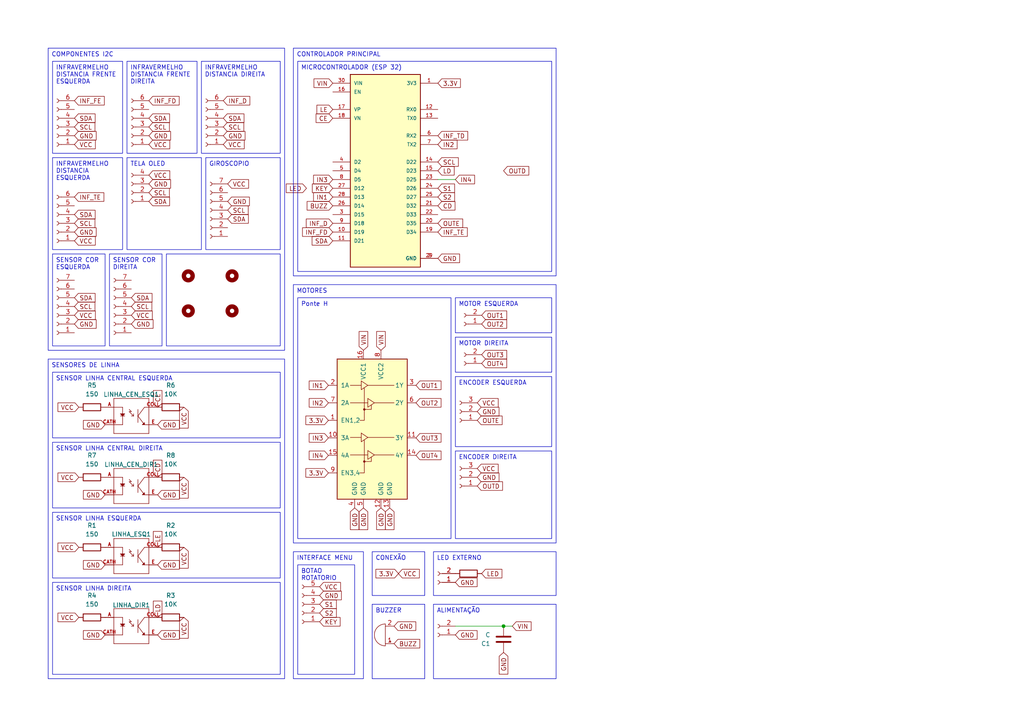
<source format=kicad_sch>
(kicad_sch (version 20250114) (generator "eeschema") (generator_version "9.0")
  (paper "A4")
  (lib_symbols
    (symbol "Connector:Conn_01x02_Socket" (pin_names (offset 1.016) (hide yes))
      (property "Reference" "J" (at 0 2.54 0))
      (property "Value" "Conn_01x02_Socket" (at 0 -5.08 0))
      (symbol "Conn_01x02_Socket_1_1"
        (polyline (pts (xy -1.27 0) (xy -0.508 0)) (stroke (width 0.1524)))
        (polyline (pts (xy -1.27 -2.54) (xy -0.508 -2.54)) (stroke (width 0.1524)))
        (arc (start 0 -0.508) (mid -0.5058 0) (end 0 0.508) (stroke (width 0.1524)))
        (arc (start 0 -3.048) (mid -0.5058 -2.54) (end 0 -2.032) (stroke (width 0.1524)))
        (pin passive line (at -5.08 0 0) (length 3.81) (name "Pin_1") (number "1"))
        (pin passive line (at -5.08 -2.54 0) (length 3.81) (name "Pin_2") (number "2"))
      )
    )
    (symbol "Connector:Conn_01x03_Socket" (pin_names (offset 1.016) (hide yes))
      (property "Reference" "J" (at 0 5.08 0))
      (property "Value" "Conn_01x03_Socket" (at 0 -5.08 0))
      (symbol "Conn_01x03_Socket_1_1"
        (polyline (pts (xy -1.27 2.54) (xy -0.508 2.54)) (stroke (width 0.1524)))
        (polyline (pts (xy -1.27 0) (xy -0.508 0)) (stroke (width 0.1524)))
        (polyline (pts (xy -1.27 -2.54) (xy -0.508 -2.54)) (stroke (width 0.1524)))
        (arc (start 0 2.032) (mid -0.5058 2.54) (end 0 3.048) (stroke (width 0.1524)))
        (arc (start 0 -0.508) (mid -0.5058 0) (end 0 0.508) (stroke (width 0.1524)))
        (arc (start 0 -3.048) (mid -0.5058 -2.54) (end 0 -2.032) (stroke (width 0.1524)))
        (pin passive line (at -5.08 2.54 0) (length 3.81) (name "Pin_1") (number "1"))
        (pin passive line (at -5.08 0 0) (length 3.81) (name "Pin_2") (number "2"))
        (pin passive line (at -5.08 -2.54 0) (length 3.81) (name "Pin_3") (number "3"))
      )
    )
    (symbol "Connector:Conn_01x04_Socket" (pin_names (offset 1.016) (hide yes))
      (property "Reference" "J" (at 0 5.08 0))
      (property "Value" "Conn_01x04_Socket" (at 0 -7.62 0))
      (symbol "Conn_01x04_Socket_1_1"
        (polyline (pts (xy -1.27 2.54) (xy -0.508 2.54)) (stroke (width 0.1524)))
        (polyline (pts (xy -1.27 0) (xy -0.508 0)) (stroke (width 0.1524)))
        (polyline (pts (xy -1.27 -2.54) (xy -0.508 -2.54)) (stroke (width 0.1524)))
        (polyline (pts (xy -1.27 -5.08) (xy -0.508 -5.08)) (stroke (width 0.1524)))
        (arc (start 0 2.032) (mid -0.5058 2.54) (end 0 3.048) (stroke (width 0.1524)))
        (arc (start 0 -0.508) (mid -0.5058 0) (end 0 0.508) (stroke (width 0.1524)))
        (arc (start 0 -3.048) (mid -0.5058 -2.54) (end 0 -2.032) (stroke (width 0.1524)))
        (arc (start 0 -5.588) (mid -0.5058 -5.08) (end 0 -4.572) (stroke (width 0.1524)))
        (pin passive line (at -5.08 2.54 0) (length 3.81) (name "Pin_1") (number "1"))
        (pin passive line (at -5.08 0 0) (length 3.81) (name "Pin_2") (number "2"))
        (pin passive line (at -5.08 -2.54 0) (length 3.81) (name "Pin_3") (number "3"))
        (pin passive line (at -5.08 -5.08 0) (length 3.81) (name "Pin_4") (number "4"))
      )
    )
    (symbol "Connector:Conn_01x05_Socket" (pin_names (offset 1.016) (hide yes))
      (property "Reference" "J" (at 0 7.62 0))
      (property "Value" "Conn_01x05_Socket" (at 0 -7.62 0))
      (symbol "Conn_01x05_Socket_1_1"
        (polyline (pts (xy -1.27 5.08) (xy -0.508 5.08)) (stroke (width 0.1524)))
        (polyline (pts (xy -1.27 2.54) (xy -0.508 2.54)) (stroke (width 0.1524)))
        (polyline (pts (xy -1.27 0) (xy -0.508 0)) (stroke (width 0.1524)))
        (polyline (pts (xy -1.27 -2.54) (xy -0.508 -2.54)) (stroke (width 0.1524)))
        (polyline (pts (xy -1.27 -5.08) (xy -0.508 -5.08)) (stroke (width 0.1524)))
        (arc (start 0 4.572) (mid -0.5058 5.08) (end 0 5.588) (stroke (width 0.1524)))
        (arc (start 0 2.032) (mid -0.5058 2.54) (end 0 3.048) (stroke (width 0.1524)))
        (arc (start 0 -0.508) (mid -0.5058 0) (end 0 0.508) (stroke (width 0.1524)))
        (arc (start 0 -3.048) (mid -0.5058 -2.54) (end 0 -2.032) (stroke (width 0.1524)))
        (arc (start 0 -5.588) (mid -0.5058 -5.08) (end 0 -4.572) (stroke (width 0.1524)))
        (pin passive line (at -5.08 5.08 0) (length 3.81) (name "Pin_1") (number "1"))
        (pin passive line (at -5.08 2.54 0) (length 3.81) (name "Pin_2") (number "2"))
        (pin passive line (at -5.08 0 0) (length 3.81) (name "Pin_3") (number "3"))
        (pin passive line (at -5.08 -2.54 0) (length 3.81) (name "Pin_4") (number "4"))
        (pin passive line (at -5.08 -5.08 0) (length 3.81) (name "Pin_5") (number "5"))
      )
    )
    (symbol "Connector:Conn_01x06_Socket" (pin_names (offset 1.016) (hide yes))
      (property "Reference" "J" (at 0 7.62 0))
      (property "Value" "Conn_01x06_Socket" (at 0 -10.16 0))
      (symbol "Conn_01x06_Socket_1_1"
        (polyline (pts (xy -1.27 5.08) (xy -0.508 5.08)) (stroke (width 0.1524)))
        (polyline (pts (xy -1.27 2.54) (xy -0.508 2.54)) (stroke (width 0.1524)))
        (polyline (pts (xy -1.27 0) (xy -0.508 0)) (stroke (width 0.1524)))
        (polyline (pts (xy -1.27 -2.54) (xy -0.508 -2.54)) (stroke (width 0.1524)))
        (polyline (pts (xy -1.27 -5.08) (xy -0.508 -5.08)) (stroke (width 0.1524)))
        (polyline (pts (xy -1.27 -7.62) (xy -0.508 -7.62)) (stroke (width 0.1524)))
        (arc (start 0 4.572) (mid -0.5058 5.08) (end 0 5.588) (stroke (width 0.1524)))
        (arc (start 0 2.032) (mid -0.5058 2.54) (end 0 3.048) (stroke (width 0.1524)))
        (arc (start 0 -0.508) (mid -0.5058 0) (end 0 0.508) (stroke (width 0.1524)))
        (arc (start 0 -3.048) (mid -0.5058 -2.54) (end 0 -2.032) (stroke (width 0.1524)))
        (arc (start 0 -5.588) (mid -0.5058 -5.08) (end 0 -4.572) (stroke (width 0.1524)))
        (arc (start 0 -8.128) (mid -0.5058 -7.62) (end 0 -7.112) (stroke (width 0.1524)))
        (pin passive line (at -5.08 5.08 0) (length 3.81) (name "Pin_1") (number "1"))
        (pin passive line (at -5.08 2.54 0) (length 3.81) (name "Pin_2") (number "2"))
        (pin passive line (at -5.08 0 0) (length 3.81) (name "Pin_3") (number "3"))
        (pin passive line (at -5.08 -2.54 0) (length 3.81) (name "Pin_4") (number "4"))
        (pin passive line (at -5.08 -5.08 0) (length 3.81) (name "Pin_5") (number "5"))
        (pin passive line (at -5.08 -7.62 0) (length 3.81) (name "Pin_6") (number "6"))
      )
    )
    (symbol "Connector:Conn_01x07_Socket" (pin_names (offset 1.016) (hide yes))
      (property "Reference" "J" (at 0 10.16 0))
      (property "Value" "Conn_01x07_Socket" (at 0 -10.16 0))
      (symbol "Conn_01x07_Socket_1_1"
        (polyline (pts (xy -1.27 7.62) (xy -0.508 7.62)) (stroke (width 0.1524)))
        (polyline (pts (xy -1.27 5.08) (xy -0.508 5.08)) (stroke (width 0.1524)))
        (polyline (pts (xy -1.27 2.54) (xy -0.508 2.54)) (stroke (width 0.1524)))
        (polyline (pts (xy -1.27 0) (xy -0.508 0)) (stroke (width 0.1524)))
        (polyline (pts (xy -1.27 -2.54) (xy -0.508 -2.54)) (stroke (width 0.1524)))
        (polyline (pts (xy -1.27 -5.08) (xy -0.508 -5.08)) (stroke (width 0.1524)))
        (polyline (pts (xy -1.27 -7.62) (xy -0.508 -7.62)) (stroke (width 0.1524)))
        (arc (start 0 7.112) (mid -0.5058 7.62) (end 0 8.128) (stroke (width 0.1524)))
        (arc (start 0 4.572) (mid -0.5058 5.08) (end 0 5.588) (stroke (width 0.1524)))
        (arc (start 0 2.032) (mid -0.5058 2.54) (end 0 3.048) (stroke (width 0.1524)))
        (arc (start 0 -0.508) (mid -0.5058 0) (end 0 0.508) (stroke (width 0.1524)))
        (arc (start 0 -3.048) (mid -0.5058 -2.54) (end 0 -2.032) (stroke (width 0.1524)))
        (arc (start 0 -5.588) (mid -0.5058 -5.08) (end 0 -4.572) (stroke (width 0.1524)))
        (arc (start 0 -8.128) (mid -0.5058 -7.62) (end 0 -7.112) (stroke (width 0.1524)))
        (pin passive line (at -5.08 7.62 0) (length 3.81) (name "Pin_1") (number "1"))
        (pin passive line (at -5.08 5.08 0) (length 3.81) (name "Pin_2") (number "2"))
        (pin passive line (at -5.08 2.54 0) (length 3.81) (name "Pin_3") (number "3"))
        (pin passive line (at -5.08 0 0) (length 3.81) (name "Pin_4") (number "4"))
        (pin passive line (at -5.08 -2.54 0) (length 3.81) (name "Pin_5") (number "5"))
        (pin passive line (at -5.08 -5.08 0) (length 3.81) (name "Pin_6") (number "6"))
        (pin passive line (at -5.08 -7.62 0) (length 3.81) (name "Pin_7") (number "7"))
      )
    )
    (symbol "Device:Buzzer" (pin_names (offset 0.0254) (hide yes))
      (property "Reference" "BZ" (at 3.81 1.27 0))
      (property "Value" "Buzzer" (at 3.81 -1.27 0))
      (symbol "Buzzer_0_1"
        (polyline (pts (xy -1.651 1.905) (xy -1.143 1.905)))
        (polyline (pts (xy -1.397 2.159) (xy -1.397 1.651)))
        (arc (start 0 3.175) (mid 3.1612 0) (end 0 -3.175))
        (polyline (pts (xy 0 3.175) (xy 0 -3.175)))
      )
      (symbol "Buzzer_1_1"
        (pin passive line (at -2.54 2.54 0) (length 2.54) (name "+") (number "1"))
        (pin passive line (at -2.54 -2.54 0) (length 2.54) (name "-") (number "2"))
      )
    )
    (symbol "Device:C" (pin_numbers (hide yes)) (pin_names (offset 0.254))
      (property "Reference" "C" (at 0.635 2.54 0))
      (property "Value" "C" (at 0.635 -2.54 0))
      (symbol "C_0_1"
        (polyline (pts (xy -2.032 0.762) (xy 2.032 0.762)) (stroke (width 0.508)))
        (polyline (pts (xy -2.032 -0.762) (xy 2.032 -0.762)) (stroke (width 0.508)))
      )
      (symbol "C_1_1"
        (pin passive line (at 0 3.81 270) (length 2.794) (name "~") (number "1"))
        (pin passive line (at 0 -3.81 90) (length 2.794) (name "~") (number "2"))
      )
    )
    (symbol "Device:R" (pin_numbers (hide yes)) (pin_names (offset 0))
      (property "Reference" "R" (at 2.032 0 90))
      (property "Value" "R" (at 0 0 90))
      (symbol "R_0_1"
        (rectangle (start -1.016 -2.54) (end 1.016 2.54) (stroke (width 0.254)))
      )
      (symbol "R_1_1"
        (pin passive line (at 0 3.81 270) (length 1.27) (name "~") (number "1"))
        (pin passive line (at 0 -3.81 90) (length 1.27) (name "~") (number "2"))
      )
    )
    (symbol "Driver_Motor:L293D" (pin_names (offset 1.016))
      (property "Reference" "U" (at -5.08 26.035 0))
      (property "Value" "L293D" (at -5.08 24.13 0))
      (symbol "L293D_0_1"
        (rectangle (start -10.16 22.86) (end 10.16 -17.78) (stroke (width 0.254)) (fill (type background)))
        (polyline (pts (xy -6.35 15.24) (xy -3.175 15.24)))
        (polyline (pts (xy -6.35 10.16) (xy -1.27 10.16)))
        (polyline (pts (xy -6.35 0.127) (xy -3.175 0.127)))
        (polyline (pts (xy -6.35 -4.953) (xy -1.27 -4.953)))
        (polyline (pts (xy -3.175 16.51) (xy -3.175 13.97) (xy -1.27 15.24) (xy -3.175 16.51)))
        (polyline (pts (xy -3.175 1.397) (xy -3.175 -1.143) (xy -1.27 0.127) (xy -3.175 1.397)))
        (polyline (pts (xy -2.286 14.478) (xy -2.286 5.08) (xy -3.556 5.08)))
        (circle (center -2.286 8.255) (radius 0.254) (fill (type outline)))
        (polyline (pts (xy -2.286 8.255) (xy -0.254 8.255) (xy -0.254 9.525)))
        (polyline (pts (xy -2.286 -0.635) (xy -2.286 -10.16) (xy -3.556 -10.16)))
        (circle (center -2.286 -6.858) (radius 0.254) (fill (type outline)))
        (polyline (pts (xy -2.286 -6.858) (xy -0.254 -6.858) (xy -0.254 -5.588)))
        (polyline (pts (xy -1.27 15.24) (xy 6.35 15.24)))
        (polyline (pts (xy -1.27 11.43) (xy -1.27 8.89) (xy 0.635 10.16) (xy -1.27 11.43)))
        (polyline (pts (xy -1.27 0.127) (xy 6.35 0.127)))
        (polyline (pts (xy -1.27 -3.683) (xy -1.27 -6.223) (xy 0.635 -4.953) (xy -1.27 -3.683)))
        (polyline (pts (xy 0.635 10.16) (xy 6.35 10.16)))
        (polyline (pts (xy 0.635 -4.953) (xy 6.35 -4.953)))
      )
      (symbol "L293D_1_1"
        (pin input line (at -12.7 15.24 0) (length 2.54) (name "1A") (number "2"))
        (pin input line (at -12.7 10.16 0) (length 2.54) (name "2A") (number "7"))
        (pin input line (at -12.7 5.08 0) (length 2.54) (name "EN1,2") (number "1"))
        (pin input line (at -12.7 0 0) (length 2.54) (name "3A") (number "10"))
        (pin input line (at -12.7 -5.08 0) (length 2.54) (name "4A") (number "15"))
        (pin input line (at -12.7 -10.16 0) (length 2.54) (name "EN3,4") (number "9"))
        (pin power_in line (at -5.08 -20.32 90) (length 2.54) (name "GND") (number "4"))
        (pin power_in line (at -2.54 25.4 270) (length 2.54) (name "VCC1") (number "16"))
        (pin power_in line (at -2.54 -20.32 90) (length 2.54) (name "GND") (number "5"))
        (pin power_in line (at 2.54 25.4 270) (length 2.54) (name "VCC2") (number "8"))
        (pin power_in line (at 2.54 -20.32 90) (length 2.54) (name "GND") (number "12"))
        (pin power_in line (at 5.08 -20.32 90) (length 2.54) (name "GND") (number "13"))
        (pin output line (at 12.7 15.24 180) (length 2.54) (name "1Y") (number "3"))
        (pin output line (at 12.7 10.16 180) (length 2.54) (name "2Y") (number "6"))
        (pin output line (at 12.7 0 180) (length 2.54) (name "3Y") (number "11"))
        (pin output line (at 12.7 -5.08 180) (length 2.54) (name "4Y") (number "14"))
      )
    )
    (symbol "ESP32-DEVKIT-V1:ESP32-DEVKIT-V1" (pin_names (offset 1.016))
      (property "Reference" "U" (at -10.16 30.48 0))
      (property "Value" "ESP32-DEVKIT-V1" (at -10.16 -30.48 0))
      (symbol "ESP32-DEVKIT-V1_0_0"
        (rectangle (start -10.16 -27.94) (end 10.16 27.94) (stroke (width 0.254)) (fill (type background)))
        (pin input line (at -15.24 25.4 0) (length 5.08) (name "VIN") (number "30"))
        (pin input line (at -15.24 22.86 0) (length 5.08) (name "EN") (number "16"))
        (pin bidirectional line (at -15.24 17.78 0) (length 5.08) (name "VP") (number "17"))
        (pin bidirectional line (at -15.24 15.24 0) (length 5.08) (name "VN") (number "18"))
        (pin bidirectional line (at -15.24 2.54 0) (length 5.08) (name "D2") (number "4"))
        (pin bidirectional line (at -15.24 0 0) (length 5.08) (name "D4") (number "5"))
        (pin bidirectional line (at -15.24 -2.54 0) (length 5.08) (name "D5") (number "8"))
        (pin bidirectional line (at -15.24 -5.08 0) (length 5.08) (name "D12") (number "27"))
        (pin bidirectional line (at -15.24 -7.62 0) (length 5.08) (name "D13") (number "28"))
        (pin bidirectional line (at -15.24 -10.16 0) (length 5.08) (name "D14") (number "26"))
        (pin bidirectional line (at -15.24 -12.7 0) (length 5.08) (name "D15") (number "3"))
        (pin bidirectional line (at -15.24 -15.24 0) (length 5.08) (name "D18") (number "9"))
        (pin bidirectional line (at -15.24 -17.78 0) (length 5.08) (name "D19") (number "10"))
        (pin bidirectional line (at -15.24 -20.32 0) (length 5.08) (name "D21") (number "11"))
        (pin output line (at 15.24 25.4 180) (length 5.08) (name "3V3") (number "1"))
        (pin input line (at 15.24 17.78 180) (length 5.08) (name "RX0") (number "12"))
        (pin output line (at 15.24 15.24 180) (length 5.08) (name "TX0") (number "13"))
        (pin input line (at 15.24 10.16 180) (length 5.08) (name "RX2") (number "6"))
        (pin output line (at 15.24 7.62 180) (length 5.08) (name "TX2") (number "7"))
        (pin bidirectional line (at 15.24 2.54 180) (length 5.08) (name "D22") (number "14"))
        (pin bidirectional line (at 15.24 0 180) (length 5.08) (name "D23") (number "15"))
        (pin bidirectional line (at 15.24 -2.54 180) (length 5.08) (name "D25") (number "23"))
        (pin bidirectional line (at 15.24 -5.08 180) (length 5.08) (name "D26") (number "24"))
        (pin bidirectional line (at 15.24 -7.62 180) (length 5.08) (name "D27") (number "25"))
        (pin bidirectional line (at 15.24 -10.16 180) (length 5.08) (name "D32") (number "21"))
        (pin bidirectional line (at 15.24 -12.7 180) (length 5.08) (name "D33") (number "22"))
        (pin bidirectional line (at 15.24 -15.24 180) (length 5.08) (name "D35") (number "20"))
        (pin bidirectional line (at 15.24 -17.78 180) (length 5.08) (name "D34") (number "19"))
        (pin power_in line (at 15.24 -25.4 180) (length 5.08) (name "GND") (number "2"))
        (pin power_in line (at 15.24 -25.4 180) (length 5.08) (name "GND") (number "29"))
      )
    )
    (symbol "Mechanical:MountingHole" (pin_names (offset 1.016)) (in_bom no)
      (property "Reference" "H" (at 0 5.08 0))
      (property "Value" "MountingHole" (at 0 3.175 0))
      (symbol "MountingHole_0_1"
        (circle (center 0 0) (radius 1.27) (stroke (width 1.27)))
      )
    )
    (symbol "TCRT5000:TCRT5000" (pin_names (offset 1.016))
      (property "Reference" "U" (at -5.0887 5.7248 0))
      (property "Value" "TCRT5000" (at -5.0838 -5.7193 0))
      (symbol "TCRT5000_0_0"
        (polyline (pts (xy -5.08 5.08) (xy -5.08 2.54)) (stroke (width 0.1524)))
        (polyline (pts (xy -5.08 2.54) (xy -5.08 -2.54)) (stroke (width 0.1524)))
        (polyline (pts (xy -5.08 2.54) (xy -2.54 2.54)) (stroke (width 0.1524)))
        (polyline (pts (xy -5.08 -2.54) (xy -5.08 -5.08)) (stroke (width 0.1524)))
        (polyline (pts (xy -5.08 -5.08) (xy 5.08 -5.08)) (stroke (width 0.1524)))
        (polyline (pts (xy -3.175 0.635) (xy -1.905 0.635) (xy -2.54 0) (xy -3.175 0.635)) (stroke (width 0.1524)) (fill (type outline)))
        (polyline (pts (xy -3.175 0) (xy -1.905 0)) (stroke (width 0.1524)))
        (polyline (pts (xy -2.54 2.54) (xy -2.54 -2.54)) (stroke (width 0.1524)))
        (polyline (pts (xy -2.54 -2.54) (xy -5.08 -2.54)) (stroke (width 0.1524)))
        (polyline (pts (xy -0.635 1.905) (xy 0 1.27)) (stroke (width 0.1524)))
        (polyline (pts (xy -0.635 1.27) (xy 0.635 0)) (stroke (width 0.1524)))
        (polyline (pts (xy 0 1.27) (xy -0.635 1.27)) (stroke (width 0.1524)))
        (polyline (pts (xy 0.635 0.635) (xy 0.635 0)) (stroke (width 0.1524)))
        (polyline (pts (xy 0.635 0) (xy 0 0)) (stroke (width 0.1524)))
        (polyline (pts (xy 1.905 1.905) (xy 1.905 0)) (stroke (width 0.1524)))
        (polyline (pts (xy 1.905 0) (xy 1.905 -1.905)) (stroke (width 0.1524)))
        (polyline (pts (xy 1.905 0) (xy 3.81 2.54)) (stroke (width 0.1524)))
        (polyline (pts (xy 1.905 0) (xy 3.81 -2.54)) (stroke (width 0.1524)))
        (polyline (pts (xy 3.175 -2.54) (xy 3.81 -2.54) (xy 3.81 -1.905) (xy 3.175 -2.54)) (stroke (width 0.1524)) (fill (type outline)))
        (polyline (pts (xy 3.81 2.54) (xy 5.08 2.54)) (stroke (width 0.1524)))
        (polyline (pts (xy 3.81 -2.54) (xy 5.08 -2.54)) (stroke (width 0.1524)))
        (polyline (pts (xy 5.08 5.08) (xy -5.08 5.08)) (stroke (width 0.1524)))
        (polyline (pts (xy 5.08 2.54) (xy 5.08 5.08)) (stroke (width 0.1524)))
        (polyline (pts (xy 5.08 -2.54) (xy 5.08 2.54)) (stroke (width 0.1524)))
        (polyline (pts (xy 5.08 -5.08) (xy 5.08 -2.54)) (stroke (width 0.1524)))
        (pin passive line (at -7.62 2.54 0) (length 2.54) (name "~") (number "A"))
        (pin passive line (at -7.62 -2.54 0) (length 2.54) (name "~") (number "CATH"))
        (pin passive line (at 7.62 2.54 180) (length 2.54) (name "~") (number "COLL"))
        (pin passive line (at 7.62 -2.54 180) (length 2.54) (name "~") (number "E"))
      )
    )
  )
  (text_box "BUZZER" (at 107.95 175.26 0) (size 15.24 21.59) (margins 0.9525 0.9525 0.9525 0.9525) (effects (font (size 1.27 1.27)) (justify left top)))
  (text_box "INFRAVERMELHO DISTANCIA FRENTE ESQUERDA\n" (at 15.24 17.78 0) (size 20.32 26.67) (margins 0.9525 0.9525 0.9525 0.9525) (effects (font (size 1.27 1.27)) (justify left top)))
  (text_box "ALIMENTAÇÃO" (at 125.73 175.26 0) (size 35.56 21.59) (margins 0.9525 0.9525 0.9525 0.9525) (effects (font (size 1.27 1.27)) (justify left top)))
  (text_box "MOTOR ESQUERDA" (at 132.08 86.36 0) (size 27.94 10.16) (margins 0.9525 0.9525 0.9525 0.9525) (effects (font (size 1.27 1.27)) (justify left top)))
  (text_box "SENSOR LINHA CENTRAL ESQUERDA\n" (at 15.24 107.95 0) (size 66.04 19.05) (margins 0.9525 0.9525 0.9525 0.9525) (effects (font (size 1.27 1.27)) (justify left top)))
  (text_box "GIROSCOPIO" (at 59.69 45.72 0) (size 21.59 26.67) (margins 0.9525 0.9525 0.9525 0.9525) (effects (font (size 1.27 1.27)) (justify left top)))
  (text_box "SENSORES DE LINHA" (at 13.97 104.14 0) (size 68.58 92.71) (margins 0.9525 0.9525 0.9525 0.9525) (effects (font (size 1.27 1.27)) (justify left top)))
  (text_box "SENSOR LINHA ESQUERDA\n\n" (at 15.24 148.59 0) (size 66.04 19.05) (margins 0.9525 0.9525 0.9525 0.9525) (effects (font (size 1.27 1.27)) (justify left top)))
  (text_box "TELA OLED\n" (at 36.83 45.72 0) (size 21.59 26.67) (margins 0.9525 0.9525 0.9525 0.9525) (effects (font (size 1.27 1.27)) (justify left top)))
  (text_box "CONTROLADOR PRINCIPAL" (at 85.09 13.97 0) (size 76.2 66.04) (margins 0.9525 0.9525 0.9525 0.9525) (effects (font (size 1.27 1.27)) (justify left top)))
  (text_box "BOTAO ROTATORIO" (at 86.36 163.83 0) (size 16.51 31.75) (margins 0.9525 0.9525 0.9525 0.9525) (effects (font (size 1.27 1.27)) (justify left top)))
  (text_box "Ponte H" (at 86.36 86.36 0) (size 44.45 69.85) (margins 0.9525 0.9525 0.9525 0.9525) (effects (font (size 1.27 1.27)) (justify left top)))
  (text_box "MICROCONTROLADOR (ESP 32)\n" (at 86.36 17.78 0) (size 73.66 60.96) (margins 0.9525 0.9525 0.9525 0.9525) (effects (font (size 1.27 1.27)) (justify left top)))
  (text_box "INFRAVERMELHO DISTANCIA FRENTE DIREITA" (at 36.83 17.78 0) (size 20.32 26.67) (margins 0.9525 0.9525 0.9525 0.9525) (effects (font (size 1.27 1.27)) (justify left top)))
  (text_box "COMPONENTES I2C\n" (at 13.97 13.97 0) (size 68.58 87.63) (margins 0.9525 0.9525 0.9525 0.9525) (effects (font (size 1.27 1.27)) (justify left top)))
  (text_box "SENSOR LINHA CENTRAL DIREITA\n" (at 15.24 128.27 0) (size 66.04 19.05) (margins 0.9525 0.9525 0.9525 0.9525) (effects (font (size 1.27 1.27)) (justify left top)))
  (text_box "CONEXÃO" (at 107.95 160.02 0) (size 15.24 12.7) (margins 0.9525 0.9525 0.9525 0.9525) (effects (font (size 1.27 1.27)) (justify left top)))
  (text_box "INFRAVERMELHO DISTANCIA DIREITA \n" (at 58.42 17.78 0) (size 22.86 26.67) (margins 0.9525 0.9525 0.9525 0.9525) (effects (font (size 1.27 1.27)) (justify left top)))
  (text_box "SENSOR COR DIREITA" (at 31.75 73.66 0) (size 15.24 26.67) (margins 0.9525 0.9525 0.9525 0.9525) (effects (font (size 1.27 1.27)) (justify left top)))
  (text_box "LED EXTERNO" (at 125.73 160.02 0) (size 35.56 12.7) (margins 0.9525 0.9525 0.9525 0.9525) (effects (font (size 1.27 1.27)) (justify left top)))
  (text_box "" (at 48.26 73.66 0) (size 33.02 26.67) (margins 0.9525 0.9525 0.9525 0.9525) (effects (font (size 1.27 1.27)) (justify left top)))
  (text_box "MOTOR DIREITA" (at 132.08 97.79 0) (size 27.94 10.16) (margins 0.9525 0.9525 0.9525 0.9525) (effects (font (size 1.27 1.27)) (justify left top)))
  (text_box "SENSOR COR ESQUERDA" (at 15.24 73.66 0) (size 15.24 26.67) (margins 0.9525 0.9525 0.9525 0.9525) (effects (font (size 1.27 1.27)) (justify left top)))
  (text_box "SENSOR LINHA DIREITA\n" (at 15.24 168.91 0) (size 66.04 26.67) (margins 0.9525 0.9525 0.9525 0.9525) (effects (font (size 1.27 1.27)) (justify left top)))
  (text_box "ENCODER DIREITA\n\n" (at 132.08 130.81 0) (size 27.94 25.4) (margins 0.9525 0.9525 0.9525 0.9525) (effects (font (size 1.27 1.27)) (justify left top)))
  (text_box "ENCODER ESQUERDA\n" (at 132.08 109.22 0) (size 27.94 20.32) (margins 0.9525 0.9525 0.9525 0.9525) (effects (font (size 1.27 1.27)) (justify left top)))
  (text_box "INFRAVERMELHO DISTANCIA ESQUERDA\n" (at 15.24 45.72 0) (size 20.32 26.67) (margins 0.9525 0.9525 0.9525 0.9525) (effects (font (size 1.27 1.27)) (justify left top)))
  (text_box "INTERFACE MENU" (at 85.09 160.02 0) (size 20.32 36.83) (margins 0.9525 0.9525 0.9525 0.9525) (effects (font (size 1.27 1.27)) (justify left top)))
  (text_box "MOTORES" (at 85.09 82.55 0) (size 76.2 74.93) (margins 0.9525 0.9525 0.9525 0.9525) (effects (font (size 1.27 1.27)) (justify left top)))
  (junction (at 146.05 181.61))
  (wire (pts (xy 146.05 181.61) (xy 132.08 181.61)))
  (wire (pts (xy 132.08 52.07) (xy 127 52.07)))
  (wire (pts (xy 148.59 181.61) (xy 146.05 181.61)))
  (global_label "INF_FE" (shape input) (at 21.59 29.21 0) (property "Intersheetrefs" "${INTERSHEET_REFS}" (effects (hide yes))))
  (global_label "IN3" (shape input) (at 96.52 52.07 180) (property "Intersheetrefs" "${INTERSHEET_REFS}" (effects (hide yes))))
  (global_label "GND" (shape input) (at 21.59 39.37 0) (property "Intersheetrefs" "${INTERSHEET_REFS}" (effects (hide yes))))
  (global_label "VCC" (shape input) (at 22.86 138.43 180) (property "Intersheetrefs" "${INTERSHEET_REFS}" (effects (hide yes))))
  (global_label "VCC" (shape input) (at 66.04 53.34 0) (property "Intersheetrefs" "${INTERSHEET_REFS}" (effects (hide yes))))
  (global_label "CD" (shape input) (at 127 59.69 0) (property "Intersheetrefs" "${INTERSHEET_REFS}" (effects (hide yes))))
  (global_label "VIN" (shape input) (at 110.49 101.6 90) (property "Intersheetrefs" "${INTERSHEET_REFS}" (effects (hide yes))))
  (global_label "INF_D" (shape input) (at 64.77 29.21 0) (property "Intersheetrefs" "${INTERSHEET_REFS}" (effects (hide yes))))
  (global_label "GND" (shape input) (at 21.59 93.98 0) (property "Intersheetrefs" "${INTERSHEET_REFS}" (effects (hide yes))))
  (global_label "GND" (shape input) (at 30.48 184.15 180) (property "Intersheetrefs" "${INTERSHEET_REFS}" (effects (hide yes))))
  (global_label "GND" (shape input) (at 92.71 172.72 0) (property "Intersheetrefs" "${INTERSHEET_REFS}" (effects (hide yes))))
  (global_label "SDA" (shape input) (at 96.52 69.85 180) (property "Intersheetrefs" "${INTERSHEET_REFS}" (effects (hide yes))))
  (global_label "SDA" (shape input) (at 43.18 58.42 0) (property "Intersheetrefs" "${INTERSHEET_REFS}" (effects (hide yes))))
  (global_label "VCC" (shape input) (at 38.1 91.44 0) (property "Intersheetrefs" "${INTERSHEET_REFS}" (effects (hide yes))))
  (global_label "GND" (shape input) (at 114.3 181.61 0) (property "Intersheetrefs" "${INTERSHEET_REFS}" (effects (hide yes))))
  (global_label "VCC" (shape input) (at 43.18 50.8 0) (property "Intersheetrefs" "${INTERSHEET_REFS}" (effects (hide yes))))
  (global_label "VCC" (shape input) (at 53.34 118.11 270) (property "Intersheetrefs" "${INTERSHEET_REFS}" (effects (hide yes))))
  (global_label "GND" (shape input) (at 38.1 93.98 0) (property "Intersheetrefs" "${INTERSHEET_REFS}" (effects (hide yes))))
  (global_label "CE" (shape input) (at 45.72 118.11 90) (property "Intersheetrefs" "${INTERSHEET_REFS}" (effects (hide yes))))
  (global_label "LD" (shape input) (at 127 49.53 0) (property "Intersheetrefs" "${INTERSHEET_REFS}" (effects (hide yes))))
  (global_label "VCC" (shape input) (at 92.71 170.18 0) (property "Intersheetrefs" "${INTERSHEET_REFS}" (effects (hide yes))))
  (global_label "OUTE" (shape input) (at 138.43 121.92 0) (property "Intersheetrefs" "${INTERSHEET_REFS}" (effects (hide yes))))
  (global_label "OUT3" (shape input) (at 120.65 127 0) (property "Intersheetrefs" "${INTERSHEET_REFS}" (effects (hide yes))))
  (global_label "VCC" (shape input) (at 21.59 41.91 0) (property "Intersheetrefs" "${INTERSHEET_REFS}" (effects (hide yes))))
  (global_label "3.3V" (shape input) (at 95.25 137.16 180) (property "Intersheetrefs" "${INTERSHEET_REFS}" (effects (hide yes))))
  (global_label "GND" (shape input) (at 127 74.93 0) (property "Intersheetrefs" "${INTERSHEET_REFS}" (effects (hide yes))))
  (global_label "3.3V" (shape input) (at 95.25 121.92 180) (property "Intersheetrefs" "${INTERSHEET_REFS}" (effects (hide yes))))
  (global_label "VCC" (shape input) (at 22.86 118.11 180) (property "Intersheetrefs" "${INTERSHEET_REFS}" (effects (hide yes))))
  (global_label "VIN" (shape input) (at 148.59 181.61 0) (property "Intersheetrefs" "${INTERSHEET_REFS}" (effects (hide yes))))
  (global_label "LE" (shape input) (at 96.52 31.75 180) (property "Intersheetrefs" "${INTERSHEET_REFS}" (effects (hide yes))))
  (global_label "VCC" (shape input) (at 22.86 158.75 180) (property "Intersheetrefs" "${INTERSHEET_REFS}" (effects (hide yes))))
  (global_label "GND" (shape input) (at 138.43 119.38 0) (property "Intersheetrefs" "${INTERSHEET_REFS}" (effects (hide yes))))
  (global_label "GND" (shape input) (at 43.18 53.34 0) (property "Intersheetrefs" "${INTERSHEET_REFS}" (effects (hide yes))))
  (global_label "SCL" (shape input) (at 43.18 55.88 0) (property "Intersheetrefs" "${INTERSHEET_REFS}" (effects (hide yes))))
  (global_label "VIN" (shape input) (at 105.41 101.6 90) (property "Intersheetrefs" "${INTERSHEET_REFS}" (effects (hide yes))))
  (global_label "VCC" (shape input) (at 22.86 179.07 180) (property "Intersheetrefs" "${INTERSHEET_REFS}" (effects (hide yes))))
  (global_label "IN2" (shape input) (at 95.25 116.84 180) (property "Intersheetrefs" "${INTERSHEET_REFS}" (effects (hide yes))))
  (global_label "INF_D" (shape input) (at 96.52 64.77 180) (property "Intersheetrefs" "${INTERSHEET_REFS}" (effects (hide yes))))
  (global_label "INF_FD" (shape input) (at 43.18 29.21 0) (property "Intersheetrefs" "${INTERSHEET_REFS}" (effects (hide yes))))
  (global_label "GND" (shape input) (at 66.04 58.42 0) (property "Intersheetrefs" "${INTERSHEET_REFS}" (effects (hide yes))))
  (global_label "KEY" (shape input) (at 96.52 54.61 180) (property "Intersheetrefs" "${INTERSHEET_REFS}" (effects (hide yes))))
  (global_label "IN3" (shape input) (at 95.25 127 180) (property "Intersheetrefs" "${INTERSHEET_REFS}" (effects (hide yes))))
  (global_label "S1" (shape input) (at 127 54.61 0) (property "Intersheetrefs" "${INTERSHEET_REFS}" (effects (hide yes))))
  (global_label "GND" (shape input) (at 146.05 189.23 270) (property "Intersheetrefs" "${INTERSHEET_REFS}" (effects (hide yes))))
  (global_label "SDA" (shape input) (at 66.04 63.5 0) (property "Intersheetrefs" "${INTERSHEET_REFS}" (effects (hide yes))))
  (global_label "LD" (shape input) (at 45.72 179.07 90) (property "Intersheetrefs" "${INTERSHEET_REFS}" (effects (hide yes))))
  (global_label "IN1" (shape input) (at 96.52 57.15 180) (property "Intersheetrefs" "${INTERSHEET_REFS}" (effects (hide yes))))
  (global_label "VCC" (shape input) (at 64.77 41.91 0) (property "Intersheetrefs" "${INTERSHEET_REFS}" (effects (hide yes))))
  (global_label "IN4" (shape input) (at 95.25 132.08 180) (property "Intersheetrefs" "${INTERSHEET_REFS}" (effects (hide yes))))
  (global_label "SCL" (shape input) (at 66.04 60.96 0) (property "Intersheetrefs" "${INTERSHEET_REFS}" (effects (hide yes))))
  (global_label "CE" (shape input) (at 96.52 34.29 180) (property "Intersheetrefs" "${INTERSHEET_REFS}" (effects (hide yes))))
  (global_label "OUT2" (shape input) (at 139.7 93.98 0) (property "Intersheetrefs" "${INTERSHEET_REFS}" (effects (hide yes))))
  (global_label "SDA" (shape input) (at 21.59 62.23 0) (property "Intersheetrefs" "${INTERSHEET_REFS}" (effects (hide yes))))
  (global_label "GND" (shape input) (at 30.48 143.51 180) (property "Intersheetrefs" "${INTERSHEET_REFS}" (effects (hide yes))))
  (global_label "3.3V" (shape input) (at 127 24.13 0) (property "Intersheetrefs" "${INTERSHEET_REFS}" (effects (hide yes))))
  (global_label "GND" (shape input) (at 21.59 67.31 0) (property "Intersheetrefs" "${INTERSHEET_REFS}" (effects (hide yes))))
  (global_label "SDA" (shape input) (at 21.59 86.36 0) (property "Intersheetrefs" "${INTERSHEET_REFS}" (effects (hide yes))))
  (global_label "GND" (shape input) (at 30.48 123.19 180) (property "Intersheetrefs" "${INTERSHEET_REFS}" (effects (hide yes))))
  (global_label "OUTD" (shape input) (at 138.43 140.97 0) (property "Intersheetrefs" "${INTERSHEET_REFS}" (effects (hide yes))))
  (global_label "VCC" (shape input) (at 21.59 69.85 0) (property "Intersheetrefs" "${INTERSHEET_REFS}" (effects (hide yes))))
  (global_label "GND" (shape input) (at 132.08 184.15 0) (property "Intersheetrefs" "${INTERSHEET_REFS}" (effects (hide yes))))
  (global_label "LED" (shape input) (at 139.7 166.37 0) (property "Intersheetrefs" "${INTERSHEET_REFS}" (effects (hide yes))))
  (global_label "SDA" (shape input) (at 64.77 34.29 0) (property "Intersheetrefs" "${INTERSHEET_REFS}" (effects (hide yes))))
  (global_label "VCC" (shape input) (at 53.34 158.75 270) (property "Intersheetrefs" "${INTERSHEET_REFS}" (effects (hide yes))))
  (global_label "SDA" (shape input) (at 21.59 34.29 0) (property "Intersheetrefs" "${INTERSHEET_REFS}" (effects (hide yes))))
  (global_label "SCL" (shape input) (at 38.1 88.9 0) (property "Intersheetrefs" "${INTERSHEET_REFS}" (effects (hide yes))))
  (global_label "BUZZ" (shape input) (at 114.3 186.69 0) (property "Intersheetrefs" "${INTERSHEET_REFS}" (effects (hide yes))))
  (global_label "GND" (shape input) (at 113.03 147.32 270) (property "Intersheetrefs" "${INTERSHEET_REFS}" (effects (hide yes))))
  (global_label "INF_FD" (shape input) (at 96.52 67.31 180) (property "Intersheetrefs" "${INTERSHEET_REFS}" (effects (hide yes))))
  (global_label "OUT3" (shape input) (at 139.7 102.87 0) (property "Intersheetrefs" "${INTERSHEET_REFS}" (effects (hide yes))))
  (global_label "OUT2" (shape input) (at 120.65 116.84 0) (property "Intersheetrefs" "${INTERSHEET_REFS}" (effects (hide yes))))
  (global_label "GND" (shape input) (at 30.48 163.83 180) (property "Intersheetrefs" "${INTERSHEET_REFS}" (effects (hide yes))))
  (global_label "OUT1" (shape input) (at 120.65 111.76 0) (property "Intersheetrefs" "${INTERSHEET_REFS}" (effects (hide yes))))
  (global_label "3.3V" (shape input) (at 115.57 166.37 180) (property "Intersheetrefs" "${INTERSHEET_REFS}" (effects (hide yes))))
  (global_label "GND" (shape input) (at 45.72 163.83 0) (property "Intersheetrefs" "${INTERSHEET_REFS}" (effects (hide yes))))
  (global_label "IN4" (shape input) (at 132.08 52.07 0) (property "Intersheetrefs" "${INTERSHEET_REFS}" (effects (hide yes))))
  (global_label "VCC" (shape input) (at 138.43 135.89 0) (property "Intersheetrefs" "${INTERSHEET_REFS}" (effects (hide yes))))
  (global_label "GND" (shape input) (at 105.41 147.32 270) (property "Intersheetrefs" "${INTERSHEET_REFS}" (effects (hide yes))))
  (global_label "GND" (shape input) (at 110.49 147.32 270) (property "Intersheetrefs" "${INTERSHEET_REFS}" (effects (hide yes))))
  (global_label "INF_TE" (shape input) (at 21.59 57.15 0) (property "Intersheetrefs" "${INTERSHEET_REFS}" (effects (hide yes))))
  (global_label "SDA" (shape input) (at 38.1 86.36 0) (property "Intersheetrefs" "${INTERSHEET_REFS}" (effects (hide yes))))
  (global_label "SCL" (shape input) (at 64.77 36.83 0) (property "Intersheetrefs" "${INTERSHEET_REFS}" (effects (hide yes))))
  (global_label "VCC" (shape input) (at 138.43 116.84 0) (property "Intersheetrefs" "${INTERSHEET_REFS}" (effects (hide yes))))
  (global_label "VCC" (shape input) (at 21.59 91.44 0) (property "Intersheetrefs" "${INTERSHEET_REFS}" (effects (hide yes))))
  (global_label "GND" (shape input) (at 102.87 147.32 270) (property "Intersheetrefs" "${INTERSHEET_REFS}" (effects (hide yes))))
  (global_label "BUZZ" (shape input) (at 96.52 59.69 180) (property "Intersheetrefs" "${INTERSHEET_REFS}" (effects (hide yes))))
  (global_label "GND" (shape input) (at 132.08 168.91 0) (property "Intersheetrefs" "${INTERSHEET_REFS}" (effects (hide yes))))
  (global_label "SCL" (shape input) (at 21.59 88.9 0) (property "Intersheetrefs" "${INTERSHEET_REFS}" (effects (hide yes))))
  (global_label "KEY" (shape input) (at 92.71 180.34 0) (property "Intersheetrefs" "${INTERSHEET_REFS}" (effects (hide yes))))
  (global_label "VCC" (shape input) (at 43.18 41.91 0) (property "Intersheetrefs" "${INTERSHEET_REFS}" (effects (hide yes))))
  (global_label "IN2" (shape input) (at 127 41.91 0) (property "Intersheetrefs" "${INTERSHEET_REFS}" (effects (hide yes))))
  (global_label "SCL" (shape input) (at 21.59 64.77 0) (property "Intersheetrefs" "${INTERSHEET_REFS}" (effects (hide yes))))
  (global_label "INF_TE" (shape input) (at 127 67.31 0) (property "Intersheetrefs" "${INTERSHEET_REFS}" (effects (hide yes))))
  (global_label "SDA" (shape input) (at 43.18 34.29 0) (property "Intersheetrefs" "${INTERSHEET_REFS}" (effects (hide yes))))
  (global_label "GND" (shape input) (at 64.77 39.37 0) (property "Intersheetrefs" "${INTERSHEET_REFS}" (effects (hide yes))))
  (global_label "INF_TD" (shape input) (at 127 39.37 0) (property "Intersheetrefs" "${INTERSHEET_REFS}" (effects (hide yes))))
  (global_label "GND" (shape input) (at 45.72 123.19 0) (property "Intersheetrefs" "${INTERSHEET_REFS}" (effects (hide yes))))
  (global_label "CD" (shape input) (at 45.72 138.43 90) (property "Intersheetrefs" "${INTERSHEET_REFS}" (effects (hide yes))))
  (global_label "OUTE" (shape input) (at 127 64.77 0) (property "Intersheetrefs" "${INTERSHEET_REFS}" (effects (hide yes))))
  (global_label "S2" (shape input) (at 92.71 177.8 0) (property "Intersheetrefs" "${INTERSHEET_REFS}" (effects (hide yes))))
  (global_label "SCL" (shape input) (at 43.18 36.83 0) (property "Intersheetrefs" "${INTERSHEET_REFS}" (effects (hide yes))))
  (global_label "SCL" (shape input) (at 127 46.99 0) (property "Intersheetrefs" "${INTERSHEET_REFS}" (effects (hide yes))))
  (global_label "SCL" (shape input) (at 21.59 36.83 0) (property "Intersheetrefs" "${INTERSHEET_REFS}" (effects (hide yes))))
  (global_label "LE" (shape input) (at 45.72 158.75 90) (property "Intersheetrefs" "${INTERSHEET_REFS}" (effects (hide yes))))
  (global_label "GND" (shape input) (at 45.72 143.51 0) (property "Intersheetrefs" "${INTERSHEET_REFS}" (effects (hide yes))))
  (global_label "OUT4" (shape input) (at 120.65 132.08 0) (property "Intersheetrefs" "${INTERSHEET_REFS}" (effects (hide yes))))
  (global_label "GND" (shape input) (at 43.18 39.37 0) (property "Intersheetrefs" "${INTERSHEET_REFS}" (effects (hide yes))))
  (global_label "GND" (shape input) (at 45.72 184.15 0) (property "Intersheetrefs" "${INTERSHEET_REFS}" (effects (hide yes))))
  (global_label "VCC" (shape input) (at 53.34 179.07 270) (property "Intersheetrefs" "${INTERSHEET_REFS}" (effects (hide yes))))
  (global_label "S1" (shape input) (at 92.71 175.26 0) (property "Intersheetrefs" "${INTERSHEET_REFS}" (effects (hide yes))))
  (global_label "LED" (shape input) (at 88.9 54.61 180) (property "Intersheetrefs" "${INTERSHEET_REFS}" (effects (hide yes))))
  (global_label "IN1" (shape input) (at 95.25 111.76 180) (property "Intersheetrefs" "${INTERSHEET_REFS}" (effects (hide yes))))
  (global_label "OUTD" (shape input) (at 146.05 49.53 0) (property "Intersheetrefs" "${INTERSHEET_REFS}" (effects (hide yes))))
  (global_label "OUT4" (shape input) (at 139.7 105.41 0) (property "Intersheetrefs" "${INTERSHEET_REFS}" (effects (hide yes))))
  (global_label "GND" (shape input) (at 138.43 138.43 0) (property "Intersheetrefs" "${INTERSHEET_REFS}" (effects (hide yes))))
  (global_label "VCC" (shape input) (at 115.57 166.37 0) (property "Intersheetrefs" "${INTERSHEET_REFS}" (effects (hide yes))))
  (global_label "VCC" (shape input) (at 53.34 138.43 270) (property "Intersheetrefs" "${INTERSHEET_REFS}" (effects (hide yes))))
  (global_label "S2" (shape input) (at 127 57.15 0) (property "Intersheetrefs" "${INTERSHEET_REFS}" (effects (hide yes))))
  (global_label "VIN" (shape input) (at 96.52 24.13 180) (property "Intersheetrefs" "${INTERSHEET_REFS}" (effects (hide yes))))
  (global_label "OUT1" (shape input) (at 139.7 91.44 0) (property "Intersheetrefs" "${INTERSHEET_REFS}" (effects (hide yes))))
  (symbol (lib_id "Connector:Conn_01x04_Socket") (at 38.1 55.88 180) (unit 1)
    (property "Reference" "TelaOLED1" (effects (hide yes)))
    (property "Value" "Conn_01x04_Socket" (effects (hide yes)))
    (property "Footprint" "Connector_PinSocket_2.54mm:PinSocket_1x04_P2.54mm_Vertical" (effects (hide yes)))
    (property "Description" "Generic connector, single row, 01x04, script generated" (effects (hide yes)))
  )
  (symbol (lib_id "Connector:Conn_01x03_Socket") (at 133.35 119.38 180) (unit 1)
    (property "Reference" "EN1" (effects (hide yes)))
    (property "Value" "Conn_01x03_Socket" (effects (hide yes)))
    (property "Footprint" "Connector_PinSocket_2.54mm:PinSocket_1x03_P2.54mm_Vertical" (effects (hide yes)))
    (property "Description" "Generic connector, single row, 01x03, script generated" (effects (hide yes)))
  )
  (symbol (lib_id "Mechanical:MountingHole") (at 54.61 80.01 0) (unit 1) (in_bom no)
    (property "Reference" "H1" (effects (hide yes)))
    (property "Value" "MountingHole" (effects (hide yes)))
    (property "Footprint" "MountingHole:MountingHole_3.2mm_M3" (effects (hide yes)))
    (property "Description" "Mounting Hole without connection" (effects (hide yes)))
  )
  (symbol (lib_id "TCRT5000:TCRT5000") (at 38.1 120.65 0) (unit 1)
    (property "Reference" "LINHA_CEN_ESQ1" (at 38.0637 114.4055 0))
    (property "Footprint" "IFSUL Camaquã:OPTO_TCRT5000" (effects (hide yes)))
    (property "MF" "Vishay" (effects (hide yes)))
    (property "MAXIMUM_PACKAGE_HEIGHT" "7.2mm" (effects (hide yes)))
    (property "Package" "TCRT5000 Vishay" (effects (hide yes)))
    (property "Price" "None" (effects (hide yes)))
    (property "Check_prices" "https://www.snapeda.com/parts/TCRT5000/Vishay+Semiconductor+Opto+Division/view-part/?ref=eda" (effects (hide yes)))
    (property "STANDARD" "Manufacturer recommendations" (effects (hide yes)))
    (property "PARTREV" "1.7" (effects (hide yes)))
    (property "SnapEDA_Link" "https://www.snapeda.com/parts/TCRT5000/Vishay+Semiconductor+Opto+Division/view-part/?ref=snap" (effects (hide yes)))
    (property "MP" "TCRT5000" (effects (hide yes)))
    (property "Description_1" "Reflective Optical Sensor 0.591 (15mm) PCB Mount" (effects (hide yes)))
    (property "Availability" "In Stock" (effects (hide yes)))
    (property "MANUFACTURER" "Vishay" (effects (hide yes)))
  )
  (symbol (lib_id "Device:R") (at 26.67 138.43 90) (unit 1)
    (property "Reference" "R7" (at 26.67 132.08 90))
    (property "Value" "150" (at 26.67 134.62 90))
    (property "Footprint" "Resistor_THT:R_Axial_DIN0204_L3.6mm_D1.6mm_P2.54mm_Vertical" (effects (hide yes)))
    (property "Description" "Resistor" (effects (hide yes)))
  )
  (symbol (lib_id "Device:R") (at 49.53 158.75 90) (unit 1)
    (property "Reference" "R2" (at 49.53 152.4 90))
    (property "Value" "10K" (at 49.53 154.94 90))
    (property "Footprint" "Resistor_THT:R_Axial_DIN0204_L3.6mm_D1.6mm_P2.54mm_Vertical" (effects (hide yes)))
    (property "Description" "Resistor" (effects (hide yes)))
  )
  (symbol (lib_id "Connector:Conn_01x07_Socket") (at 16.51 88.9 180) (unit 1)
    (property "Reference" "J2" (effects (hide yes)))
    (property "Value" "Conn_01x07_Socket" (effects (hide yes)))
    (property "Footprint" "Connector_PinSocket_2.54mm:PinSocket_1x07_P2.54mm_Vertical" (effects (hide yes)))
    (property "Description" "Generic connector, single row, 01x07, script generated" (effects (hide yes)))
  )
  (symbol (lib_id "Device:R") (at 49.53 138.43 90) (unit 1)
    (property "Reference" "R8" (at 49.53 132.08 90))
    (property "Value" "10K" (at 49.53 134.62 90))
    (property "Footprint" "Resistor_THT:R_Axial_DIN0204_L3.6mm_D1.6mm_P2.54mm_Vertical" (effects (hide yes)))
    (property "Description" "Resistor" (effects (hide yes)))
  )
  (symbol (lib_id "Mechanical:MountingHole") (at 67.31 90.17 0) (unit 1) (in_bom no)
    (property "Reference" "H4" (effects (hide yes)))
    (property "Value" "MountingHole" (effects (hide yes)))
    (property "Footprint" "MountingHole:MountingHole_3.2mm_M3" (effects (hide yes)))
    (property "Description" "Mounting Hole without connection" (effects (hide yes)))
  )
  (symbol (lib_id "Device:C") (at 146.05 185.42 180) (unit 1)
    (property "Reference" "C1" (at 142.24 186.6901 0) (effects (justify left)))
    (property "Value" "C" (at 142.24 184.1501 0) (effects (justify left)))
    (property "Footprint" "Capacitor_THT:CP_Radial_D10.0mm_P3.50mm" (effects (hide yes)))
    (property "Description" "Unpolarized capacitor" (effects (hide yes)))
  )
  (symbol (lib_id "Connector:Conn_01x06_Socket") (at 38.1 36.83 180) (unit 1)
    (property "Reference" "INF_C1" (effects (hide yes)))
    (property "Value" "Conn_01x06_Socket" (effects (hide yes)))
    (property "Footprint" "Connector_PinSocket_2.54mm:PinSocket_1x06_P2.54mm_Vertical" (effects (hide yes)))
    (property "Description" "Generic connector, single row, 01x06, script generated" (effects (hide yes)))
  )
  (symbol (lib_id "TCRT5000:TCRT5000") (at 38.1 181.61 0) (unit 1)
    (property "Reference" "LINHA_DIR1" (at 38.1 175.514 0))
    (property "Footprint" "IFSUL Camaquã:OPTO_TCRT5000" (effects (hide yes)))
    (property "MF" "Vishay" (effects (hide yes)))
    (property "MAXIMUM_PACKAGE_HEIGHT" "7.2mm" (effects (hide yes)))
    (property "Package" "TCRT5000 Vishay" (effects (hide yes)))
    (property "Price" "None" (effects (hide yes)))
    (property "Check_prices" "https://www.snapeda.com/parts/TCRT5000/Vishay+Semiconductor+Opto+Division/view-part/?ref=eda" (effects (hide yes)))
    (property "STANDARD" "Manufacturer recommendations" (effects (hide yes)))
    (property "PARTREV" "1.7" (effects (hide yes)))
    (property "SnapEDA_Link" "https://www.snapeda.com/parts/TCRT5000/Vishay+Semiconductor+Opto+Division/view-part/?ref=snap" (effects (hide yes)))
    (property "MP" "TCRT5000" (effects (hide yes)))
    (property "Description_1" "Reflective Optical Sensor 0.591 (15mm) PCB Mount" (effects (hide yes)))
    (property "Availability" "In Stock" (effects (hide yes)))
    (property "MANUFACTURER" "Vishay" (effects (hide yes)))
  )
  (symbol (lib_id "TCRT5000:TCRT5000") (at 38.1 140.97 0) (unit 1)
    (property "Reference" "LINHA_CEN_DIR1" (at 38.0637 134.7255 0))
    (property "Footprint" "IFSUL Camaquã:OPTO_TCRT5000" (effects (hide yes)))
    (property "MF" "Vishay" (effects (hide yes)))
    (property "MAXIMUM_PACKAGE_HEIGHT" "7.2mm" (effects (hide yes)))
    (property "Package" "TCRT5000 Vishay" (effects (hide yes)))
    (property "Price" "None" (effects (hide yes)))
    (property "Check_prices" "https://www.snapeda.com/parts/TCRT5000/Vishay+Semiconductor+Opto+Division/view-part/?ref=eda" (effects (hide yes)))
    (property "STANDARD" "Manufacturer recommendations" (effects (hide yes)))
    (property "PARTREV" "1.7" (effects (hide yes)))
    (property "SnapEDA_Link" "https://www.snapeda.com/parts/TCRT5000/Vishay+Semiconductor+Opto+Division/view-part/?ref=snap" (effects (hide yes)))
    (property "MP" "TCRT5000" (effects (hide yes)))
    (property "Description_1" "Reflective Optical Sensor 0.591 (15mm) PCB Mount" (effects (hide yes)))
    (property "Availability" "In Stock" (effects (hide yes)))
    (property "MANUFACTURER" "Vishay" (effects (hide yes)))
  )
  (symbol (lib_id "Connector:Conn_01x02_Socket") (at 134.62 93.98 180) (unit 1)
    (property "Reference" "MotorE1" (effects (hide yes)))
    (property "Value" "Conn_01x02_Socket" (effects (hide yes)))
    (property "Footprint" "Connector_PinSocket_2.54mm:PinSocket_1x02_P2.54mm_Vertical" (effects (hide yes)))
    (property "Description" "Generic connector, single row, 01x02, script generated" (effects (hide yes)))
  )
  (symbol (lib_id "Connector:Conn_01x06_Socket") (at 16.51 36.83 180) (unit 1)
    (property "Reference" "INF_TE1" (effects (hide yes)))
    (property "Value" "Conn_01x06_Socket" (effects (hide yes)))
    (property "Footprint" "Connector_PinSocket_2.54mm:PinSocket_1x06_P2.54mm_Vertical" (effects (hide yes)))
    (property "Description" "Generic connector, single row, 01x06, script generated" (effects (hide yes)))
  )
  (symbol (lib_id "Connector:Conn_01x07_Socket") (at 33.02 88.9 180) (unit 1)
    (property "Reference" "J1" (effects (hide yes)))
    (property "Value" "Conn_01x07_Socket" (effects (hide yes)))
    (property "Footprint" "Connector_PinSocket_2.54mm:PinSocket_1x07_P2.54mm_Vertical" (effects (hide yes)))
    (property "Description" "Generic connector, single row, 01x07, script generated" (effects (hide yes)))
  )
  (symbol (lib_id "Driver_Motor:L293D") (at 107.95 127 0) (unit 1)
    (property "Reference" "U3" (effects (hide yes)))
    (property "Value" "L293D" (effects (hide yes)))
    (property "Footprint" "Package_DIP:CERDIP-16_W7.62mm_SideBrazed_LongPads_Socket" (effects (hide yes)))
    (property "Datasheet" "http://www.ti.com/lit/ds/symlink/l293.pdf" (effects (hide yes)))
    (property "Description" "Quadruple Half-H Drivers" (effects (hide yes)))
  )
  (symbol (lib_id "Connector:Conn_01x06_Socket") (at 59.69 36.83 180) (unit 1)
    (property "Reference" "INF_FD1" (effects (hide yes)))
    (property "Value" "Conn_01x06_Socket" (effects (hide yes)))
    (property "Footprint" "Connector_PinSocket_2.54mm:PinSocket_1x06_P2.54mm_Vertical" (effects (hide yes)))
    (property "Description" "Generic connector, single row, 01x06, script generated" (effects (hide yes)))
  )
  (symbol (lib_id "Connector:Conn_01x05_Socket") (at 87.63 175.26 180) (unit 1)
    (property "Reference" "BotaoRotatorio1" (effects (hide yes)))
    (property "Value" "Conn_01x05_Socket" (effects (hide yes)))
    (property "Footprint" "Connector_PinSocket_2.54mm:PinSocket_1x05_P2.54mm_Vertical" (effects (hide yes)))
    (property "Description" "Generic connector, single row, 01x05, script generated" (effects (hide yes)))
  )
  (symbol (lib_id "Mechanical:MountingHole") (at 54.61 90.17 0) (unit 1) (in_bom no)
    (property "Reference" "H3" (effects (hide yes)))
    (property "Value" "MountingHole" (effects (hide yes)))
    (property "Footprint" "MountingHole:MountingHole_3.2mm_M3" (effects (hide yes)))
    (property "Description" "Mounting Hole without connection" (effects (hide yes)))
  )
  (symbol (lib_id "Connector:Conn_01x07_Socket") (at 60.96 60.96 180) (unit 1)
    (property "Reference" "giroscopio1" (effects (hide yes)))
    (property "Value" "Conn_01x07_Socket" (effects (hide yes)))
    (property "Footprint" "Connector_PinSocket_2.54mm:PinSocket_1x07_P2.54mm_Vertical" (effects (hide yes)))
    (property "Description" "Generic connector, single row, 01x07, script generated" (effects (hide yes)))
  )
  (symbol (lib_id "Connector:Conn_01x02_Socket") (at 134.62 105.41 180) (unit 1)
    (property "Reference" "MotorD1" (effects (hide yes)))
    (property "Value" "Conn_01x02_Socket" (effects (hide yes)))
    (property "Footprint" "Connector_PinSocket_2.54mm:PinSocket_1x02_P2.54mm_Vertical" (effects (hide yes)))
    (property "Description" "Generic connector, single row, 01x02, script generated" (effects (hide yes)))
  )
  (symbol (lib_id "Device:R") (at 26.67 158.75 90) (unit 1)
    (property "Reference" "R1" (at 26.67 152.4 90))
    (property "Value" "150" (at 26.67 154.94 90))
    (property "Footprint" "Resistor_THT:R_Axial_DIN0204_L3.6mm_D1.6mm_P2.54mm_Vertical" (effects (hide yes)))
    (property "Description" "Resistor" (effects (hide yes)))
  )
  (symbol (lib_id "ESP32-DEVKIT-V1:ESP32-DEVKIT-V1") (at 111.76 49.53 0) (unit 1)
    (property "Reference" "U1" (effects (hide yes)))
    (property "Value" "ESP32-DEVKIT-V1" (effects (hide yes)))
    (property "Footprint" "IFSUL Camaquã:MODULE_ESP32_DEVKIT_V1_30_PIN" (effects (hide yes)))
    (property "MF" "Do it" (effects (hide yes)))
    (property "MAXIMUM_PACKAGE_HEIGHT" "6.8 mm" (effects (hide yes)))
    (property "Package" "None" (effects (hide yes)))
    (property "Price" "None" (effects (hide yes)))
    (property "Check_prices" "https://www.snapeda.com/parts/ESP32-DEVKIT-V1/Do+it/view-part/?ref=eda" (effects (hide yes)))
    (property "STANDARD" "Manufacturer Recommendations" (effects (hide yes)))
    (property "PARTREV" "N/A" (effects (hide yes)))
    (property "SnapEDA_Link" "https://www.snapeda.com/parts/ESP32-DEVKIT-V1/Do+it/view-part/?ref=snap" (effects (hide yes)))
    (property "MP" "ESP32-DEVKIT-V1" (effects (hide yes)))
    (property "Description_1" "Dual core, Wi-Fi: 2.4 GHz up to 150 Mbits/s,BLE (Bluetooth Low Energy) and legacy Bluetooth, 32 bits, Up to 240 MHz" (effects (hide yes)))
    (property "Availability" "Not in stock" (effects (hide yes)))
    (property "MANUFACTURER" "DOIT" (effects (hide yes)))
  )
  (symbol (lib_id "Device:R") (at 49.53 179.07 90) (unit 1)
    (property "Reference" "R3" (at 49.53 172.72 90))
    (property "Value" "10K" (at 49.53 175.26 90))
    (property "Footprint" "Resistor_THT:R_Axial_DIN0204_L3.6mm_D1.6mm_P2.54mm_Vertical" (effects (hide yes)))
    (property "Description" "Resistor" (effects (hide yes)))
  )
  (symbol (lib_id "Device:R") (at 26.67 118.11 90) (unit 1)
    (property "Reference" "R5" (at 26.67 111.76 90))
    (property "Value" "150" (at 26.67 114.3 90))
    (property "Footprint" "Resistor_THT:R_Axial_DIN0204_L3.6mm_D1.6mm_P2.54mm_Vertical" (effects (hide yes)))
    (property "Description" "Resistor" (effects (hide yes)))
  )
  (symbol (lib_id "Connector:Conn_01x03_Socket") (at 133.35 138.43 180) (unit 1)
    (property "Reference" "EN2" (effects (hide yes)))
    (property "Value" "Conn_01x03_Socket" (effects (hide yes)))
    (property "Footprint" "Connector_PinSocket_2.54mm:PinSocket_1x03_P2.54mm_Vertical" (effects (hide yes)))
    (property "Description" "Generic connector, single row, 01x03, script generated" (effects (hide yes)))
  )
  (symbol (lib_id "Connector:Conn_01x06_Socket") (at 16.51 64.77 180) (unit 1)
    (property "Reference" "INF_FE1" (effects (hide yes)))
    (property "Value" "Conn_01x06_Socket" (effects (hide yes)))
    (property "Footprint" "Connector_PinSocket_2.54mm:PinSocket_1x06_P2.54mm_Vertical" (effects (hide yes)))
    (property "Description" "Generic connector, single row, 01x06, script generated" (effects (hide yes)))
  )
  (symbol (lib_id "Connector:Conn_01x02_Socket") (at 127 184.15 180) (unit 1)
    (property "Reference" "ALI1" (effects (hide yes)))
    (property "Value" "Conn_01x02_Socket" (effects (hide yes)))
    (property "Footprint" "Connector_PinSocket_2.54mm:PinSocket_1x02_P2.54mm_Vertical" (effects (hide yes)))
    (property "Description" "Generic connector, single row, 01x02, script generated" (effects (hide yes)))
  )
  (symbol (lib_id "Device:R") (at 49.53 118.11 90) (unit 1)
    (property "Reference" "R6" (at 49.53 111.76 90))
    (property "Value" "10K" (at 49.53 114.3 90))
    (property "Footprint" "Resistor_THT:R_Axial_DIN0204_L3.6mm_D1.6mm_P5.08mm_Horizontal" (effects (hide yes)))
    (property "Description" "Resistor" (effects (hide yes)))
  )
  (symbol (lib_id "Device:Buzzer") (at 111.76 184.15 180) (unit 1)
    (property "Reference" "BZ1" (effects (hide yes)))
    (property "Value" "Buzzer" (effects (hide yes)))
    (property "Footprint" "Buzzer_Beeper:Buzzer_12x9.5RM7.6" (effects (hide yes)))
    (property "Description" "Buzzer, polarized" (effects (hide yes)))
  )
  (symbol (lib_id "Device:R") (at 135.89 166.37 90) (unit 1)
    (property "Reference" "R220" (effects (hide yes)))
    (property "Value" "R" (effects (hide yes)))
    (property "Footprint" "Resistor_THT:R_Axial_DIN0204_L3.6mm_D1.6mm_P2.54mm_Vertical" (effects (hide yes)))
    (property "Description" "Resistor" (effects (hide yes)))
  )
  (symbol (lib_id "Connector:Conn_01x02_Socket") (at 127 168.91 180) (unit 1)
    (property "Reference" "LED1" (effects (hide yes)))
    (property "Value" "Conn_01x02_Socket" (effects (hide yes)))
    (property "Footprint" "Connector_PinSocket_2.54mm:PinSocket_1x02_P2.54mm_Vertical" (effects (hide yes)))
    (property "Description" "Generic connector, single row, 01x02, script generated" (effects (hide yes)))
  )
  (symbol (lib_id "Device:R") (at 26.67 179.07 90) (unit 1)
    (property "Reference" "R4" (at 26.67 172.72 90))
    (property "Value" "150" (at 26.67 175.26 90))
    (property "Footprint" "Resistor_THT:R_Axial_DIN0204_L3.6mm_D1.6mm_P2.54mm_Vertical" (effects (hide yes)))
    (property "Description" "Resistor" (effects (hide yes)))
  )
  (symbol (lib_id "Mechanical:MountingHole") (at 67.31 80.01 0) (unit 1) (in_bom no)
    (property "Reference" "H2" (effects (hide yes)))
    (property "Value" "MountingHole" (effects (hide yes)))
    (property "Footprint" "MountingHole:MountingHole_3.2mm_M3" (effects (hide yes)))
    (property "Description" "Mounting Hole without connection" (effects (hide yes)))
  )
  (symbol (lib_id "TCRT5000:TCRT5000") (at 38.1 161.29 0) (unit 1)
    (property "Reference" "LINHA_ESQ1" (at 38.1 154.94 0))
    (property "Value" "LINHA_ESQ" (effects (hide yes)))
    (property "Footprint" "IFSUL Camaquã:OPTO_TCRT5000" (effects (hide yes)))
    (property "MF" "Vishay" (effects (hide yes)))
    (property "MAXIMUM_PACKAGE_HEIGHT" "7.2mm" (effects (hide yes)))
    (property "Package" "TCRT5000 Vishay" (effects (hide yes)))
    (property "Price" "None" (effects (hide yes)))
    (property "Check_prices" "https://www.snapeda.com/parts/TCRT5000/Vishay+Semiconductor+Opto+Division/view-part/?ref=eda" (effects (hide yes)))
    (property "STANDARD" "Manufacturer recommendations" (effects (hide yes)))
    (property "PARTREV" "1.7" (effects (hide yes)))
    (property "SnapEDA_Link" "https://www.snapeda.com/parts/TCRT5000/Vishay+Semiconductor+Opto+Division/view-part/?ref=snap" (effects (hide yes)))
    (property "MP" "TCRT5000" (effects (hide yes)))
    (property "Description_1" "Reflective Optical Sensor 0.591 (15mm) PCB Mount" (effects (hide yes)))
    (property "Availability" "In Stock" (effects (hide yes)))
    (property "MANUFACTURER" "Vishay" (effects (hide yes)))
  )
)
</source>
